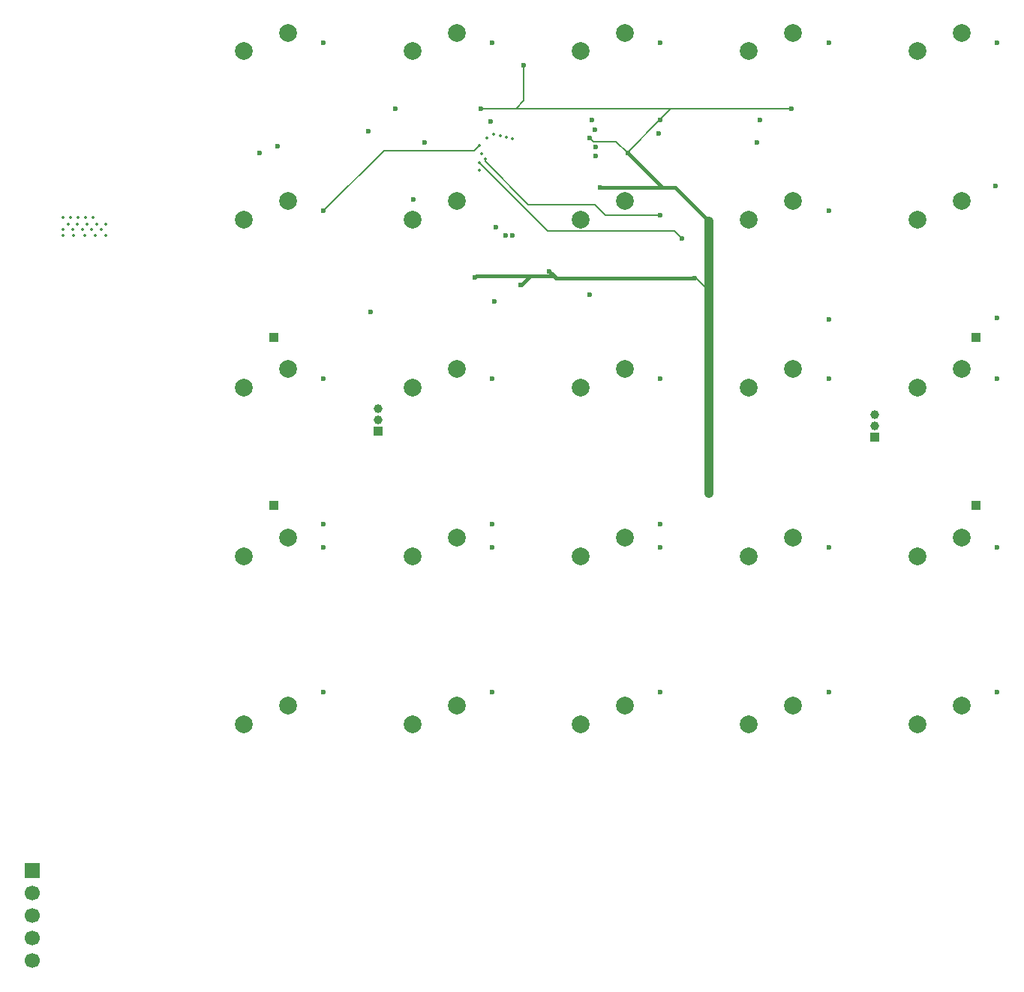
<source format=gbr>
%TF.GenerationSoftware,KiCad,Pcbnew,9.0.2*%
%TF.CreationDate,2026-01-24T20:07:03+01:00*%
%TF.ProjectId,Keymodule,4b65796d-6f64-4756-9c65-2e6b69636164,rev?*%
%TF.SameCoordinates,Original*%
%TF.FileFunction,Copper,L3,Inr*%
%TF.FilePolarity,Positive*%
%FSLAX46Y46*%
G04 Gerber Fmt 4.6, Leading zero omitted, Abs format (unit mm)*
G04 Created by KiCad (PCBNEW 9.0.2) date 2026-01-24 20:07:03*
%MOMM*%
%LPD*%
G01*
G04 APERTURE LIST*
%TA.AperFunction,ComponentPad*%
%ADD10R,1.000000X1.000000*%
%TD*%
%TA.AperFunction,ComponentPad*%
%ADD11C,1.000000*%
%TD*%
%TA.AperFunction,ComponentPad*%
%ADD12R,1.700000X1.700000*%
%TD*%
%TA.AperFunction,ComponentPad*%
%ADD13C,1.700000*%
%TD*%
%TA.AperFunction,ComponentPad*%
%ADD14C,2.000000*%
%TD*%
%TA.AperFunction,ViaPad*%
%ADD15C,0.350000*%
%TD*%
%TA.AperFunction,ViaPad*%
%ADD16C,0.600000*%
%TD*%
%TA.AperFunction,ViaPad*%
%ADD17C,1.000000*%
%TD*%
%TA.AperFunction,Conductor*%
%ADD18C,0.200000*%
%TD*%
%TA.AperFunction,Conductor*%
%ADD19C,0.400000*%
%TD*%
%TA.AperFunction,Conductor*%
%ADD20C,1.000000*%
%TD*%
G04 APERTURE END LIST*
D10*
%TO.N,potSig*%
%TO.C,J3*%
X72100000Y-101100000D03*
D11*
%TO.N,SDA*%
X72100000Y-99830000D03*
%TO.N,SCL*%
X72100000Y-98560000D03*
%TD*%
D10*
%TO.N,GND*%
%TO.C,J5*%
X139600000Y-109500000D03*
%TD*%
%TO.N,+5V*%
%TO.C,J4*%
X139600000Y-90500000D03*
%TD*%
%TO.N,+5V*%
%TO.C,J1*%
X60400000Y-90500000D03*
%TD*%
D12*
%TO.N,GND*%
%TO.C,J11*%
X33070000Y-150750000D03*
D13*
%TO.N,unconnected-(J11-Pin_2-Pad2)*%
X33070000Y-153290000D03*
%TO.N,Net-(J11-Pin_3)*%
X33070000Y-155830000D03*
%TO.N,Net-(J11-Pin_4)*%
X33070000Y-158370000D03*
%TO.N,+5V*%
X33070000Y-160910000D03*
%TD*%
D10*
%TO.N,GND*%
%TO.C,J2*%
X60400000Y-109500000D03*
%TD*%
D14*
%TO.N,Net-(D20-K)*%
%TO.C,M_SW18*%
X81000000Y-94100000D03*
%TO.N,col2*%
X76000000Y-96200000D03*
%TD*%
%TO.N,Net-(D4-K)*%
%TO.C,M_SW2*%
X138000000Y-75100000D03*
%TO.N,col1*%
X133000000Y-77200000D03*
%TD*%
%TO.N,Net-(D23-K)*%
%TO.C,M_SW21*%
X62000000Y-56100000D03*
%TO.N,col0*%
X57000000Y-58200000D03*
%TD*%
%TO.N,Net-(D22-K)*%
%TO.C,M_SW20*%
X81000000Y-132100000D03*
%TO.N,col4*%
X76000000Y-134200000D03*
%TD*%
%TO.N,Net-(D11-K)*%
%TO.C,M_SW9*%
X119000000Y-113100000D03*
%TO.N,col3*%
X114000000Y-115200000D03*
%TD*%
%TO.N,Net-(D8-K)*%
%TO.C,M_SW6*%
X119000000Y-56100000D03*
%TO.N,col0*%
X114000000Y-58200000D03*
%TD*%
%TO.N,Net-(D7-K)*%
%TO.C,M_SW5*%
X138000000Y-132100000D03*
%TO.N,col4*%
X133000000Y-134200000D03*
%TD*%
%TO.N,Net-(D21-K)*%
%TO.C,M_SW19*%
X81000000Y-113100000D03*
%TO.N,col3*%
X76000000Y-115200000D03*
%TD*%
%TO.N,Net-(D10-K)*%
%TO.C,M_SW8*%
X119000000Y-94100000D03*
%TO.N,col2*%
X114000000Y-96200000D03*
%TD*%
%TO.N,Net-(D14-K)*%
%TO.C,M_SW12*%
X100000000Y-75100000D03*
%TO.N,col1*%
X95000000Y-77200000D03*
%TD*%
%TO.N,Net-(D25-K)*%
%TO.C,M_SW23*%
X62000000Y-94100000D03*
%TO.N,col2*%
X57000000Y-96200000D03*
%TD*%
%TO.N,Net-(D13-K)*%
%TO.C,M_SW11*%
X100000000Y-56100000D03*
%TO.N,col0*%
X95000000Y-58200000D03*
%TD*%
%TO.N,Net-(D18-K)*%
%TO.C,M_SW16*%
X81000000Y-56100000D03*
%TO.N,col0*%
X76000000Y-58200000D03*
%TD*%
%TO.N,Net-(D9-K)*%
%TO.C,M_SW7*%
X119000000Y-75100000D03*
%TO.N,col1*%
X114000000Y-77200000D03*
%TD*%
%TO.N,Net-(D5-K)*%
%TO.C,M_SW3*%
X138000000Y-94100000D03*
%TO.N,col2*%
X133000000Y-96200000D03*
%TD*%
%TO.N,Net-(D26-K)*%
%TO.C,M_SW24*%
X62000000Y-113100000D03*
%TO.N,col3*%
X57000000Y-115200000D03*
%TD*%
%TO.N,Net-(D16-K)*%
%TO.C,M_SW14*%
X100000000Y-113100000D03*
%TO.N,col3*%
X95000000Y-115200000D03*
%TD*%
D10*
%TO.N,potSig*%
%TO.C,J6*%
X128200000Y-101740000D03*
D11*
%TO.N,SDA*%
X128200000Y-100470000D03*
%TO.N,SCL*%
X128200000Y-99200000D03*
%TD*%
D14*
%TO.N,Net-(D50-K)*%
%TO.C,M_SW25*%
X62000000Y-132100000D03*
%TO.N,col4*%
X57000000Y-134200000D03*
%TD*%
%TO.N,Net-(D17-K)*%
%TO.C,M_SW15*%
X100000000Y-132100000D03*
%TO.N,col4*%
X95000000Y-134200000D03*
%TD*%
%TO.N,Net-(D6-K)*%
%TO.C,M_SW4*%
X138000000Y-113100000D03*
%TO.N,col3*%
X133000000Y-115200000D03*
%TD*%
%TO.N,Net-(D15-K)*%
%TO.C,M_SW13*%
X100000000Y-94100000D03*
%TO.N,col2*%
X95000000Y-96200000D03*
%TD*%
%TO.N,Net-(D3-K)*%
%TO.C,M_SW1*%
X138000000Y-56100000D03*
%TO.N,col0*%
X133000000Y-58200000D03*
%TD*%
%TO.N,Net-(D12-K)*%
%TO.C,M_SW10*%
X119000000Y-132100000D03*
%TO.N,col4*%
X114000000Y-134200000D03*
%TD*%
%TO.N,Net-(D19-K)*%
%TO.C,M_SW17*%
X81000000Y-75100000D03*
%TO.N,col1*%
X76000000Y-77200000D03*
%TD*%
%TO.N,Net-(D24-K)*%
%TO.C,M_SW22*%
X62000000Y-75100000D03*
%TO.N,col1*%
X57000000Y-77200000D03*
%TD*%
D15*
%TO.N,*%
X40200000Y-79000000D03*
X40350000Y-77750000D03*
X39280000Y-77750000D03*
X37140000Y-77750000D03*
X38210000Y-77750000D03*
X40000000Y-77000000D03*
X41400000Y-79000000D03*
X36600000Y-77000000D03*
X39150000Y-77000000D03*
X37800000Y-79000000D03*
X36600000Y-78300000D03*
X41420000Y-77750000D03*
X39000000Y-79000000D03*
X38740000Y-78300000D03*
X40880000Y-78300000D03*
X36600000Y-79000000D03*
X39810000Y-78300000D03*
X37450000Y-77000000D03*
X38300000Y-77000000D03*
X37670000Y-78300000D03*
D16*
%TO.N,+5V*%
X114900000Y-68500000D03*
X96600000Y-67100000D03*
X77400000Y-68501000D03*
X71300000Y-87600000D03*
X60800000Y-68900000D03*
%TO.N,GND*%
X104000000Y-66000000D03*
X71000000Y-67200000D03*
X91464156Y-83034315D03*
X74100000Y-64700000D03*
X107900000Y-83800000D03*
D17*
X109500000Y-108100000D03*
D16*
X83700000Y-64700000D03*
D17*
X109500000Y-77400000D03*
D16*
X83100000Y-83700000D03*
X118800000Y-64700000D03*
X88211465Y-84589950D03*
X100300000Y-69700000D03*
X88600000Y-59800000D03*
X58800000Y-69700000D03*
X97200000Y-73600000D03*
X96000000Y-68000000D03*
%TO.N,+1V1*%
X85400000Y-78042422D03*
%TO.N,row0*%
X142000000Y-130600000D03*
X142000000Y-57200000D03*
X142000000Y-88300000D03*
X142000000Y-114200000D03*
X142000000Y-95200000D03*
D15*
X83575000Y-71600000D03*
D16*
X141800000Y-73400000D03*
%TO.N,row1*%
X106400000Y-79300000D03*
D15*
X83594742Y-70819742D03*
D16*
X123000000Y-95200000D03*
X123000000Y-76200000D03*
X123000000Y-57200000D03*
X123000000Y-130600000D03*
X123000000Y-114200000D03*
X123000000Y-88500000D03*
D15*
%TO.N,row2*%
X84226000Y-70400000D03*
D16*
X104000000Y-111600000D03*
X104000000Y-76700000D03*
X104000000Y-95200000D03*
X104000000Y-114200000D03*
X104000000Y-57200000D03*
X104000000Y-130600000D03*
%TO.N,row3*%
X85000000Y-114200000D03*
X76100000Y-74900000D03*
X85000000Y-130600000D03*
X85000000Y-111600000D03*
D15*
X83800000Y-69800000D03*
D16*
X85000000Y-95200000D03*
X85000000Y-57200000D03*
%TO.N,row4*%
X66000000Y-57200000D03*
X66000000Y-95200000D03*
X66000000Y-76200000D03*
X66000000Y-114200000D03*
X66000000Y-130600000D03*
X66000000Y-111600000D03*
D15*
X83600000Y-68800000D03*
D16*
%TO.N,Net-(J11-Pin_3)*%
X96700000Y-69000000D03*
%TO.N,Net-(J11-Pin_4)*%
X96700000Y-70000000D03*
%TO.N,SCL*%
X87300000Y-79000000D03*
%TO.N,SDA*%
X86500000Y-79000000D03*
%TO.N,Net-(L2-DOUT)*%
X84800000Y-66100000D03*
X96300000Y-66000000D03*
%TO.N,Net-(L3-DOUT)*%
X103800000Y-67500000D03*
X115200000Y-65950000D03*
%TO.N,Net-(L7-DOUT)*%
X85301000Y-86450000D03*
X96000000Y-85700000D03*
D15*
%TO.N,col0*%
X87300000Y-68100000D03*
%TO.N,col1*%
X86600000Y-67900000D03*
%TO.N,col2*%
X85900000Y-67700000D03*
%TO.N,col3*%
X85200000Y-67600000D03*
%TO.N,col4*%
X84400000Y-68000000D03*
%TD*%
D18*
%TO.N,GND*%
X83100000Y-83700000D02*
X83200000Y-83600000D01*
X108000000Y-83800000D02*
X109500000Y-85300000D01*
X88600000Y-63800000D02*
X87700000Y-64700000D01*
D19*
X91464156Y-83064156D02*
X92000000Y-83600000D01*
D18*
X107900000Y-83800000D02*
X108000000Y-83800000D01*
X105200000Y-64700000D02*
X86100000Y-64700000D01*
X105600000Y-73600000D02*
X105700000Y-73600000D01*
D19*
X105700000Y-73600000D02*
X109500000Y-77400000D01*
D20*
X109500000Y-108100000D02*
X109500000Y-85300000D01*
D18*
X96400000Y-68400000D02*
X99000000Y-68400000D01*
X100300000Y-69600000D02*
X100300000Y-69700000D01*
X91464156Y-83034315D02*
X91464156Y-83064156D01*
X104000000Y-66000000D02*
X104000000Y-65900000D01*
X96000000Y-68000000D02*
X96400000Y-68400000D01*
X88600000Y-59800000D02*
X88600000Y-63800000D01*
D19*
X100300000Y-69700000D02*
X104200000Y-73600000D01*
D18*
X99000000Y-68400000D02*
X100300000Y-69700000D01*
D19*
X92000000Y-83600000D02*
X92200000Y-83800000D01*
X97200000Y-73600000D02*
X105600000Y-73600000D01*
X89300000Y-83600000D02*
X92000000Y-83600000D01*
X83200000Y-83600000D02*
X89300000Y-83600000D01*
X92200000Y-83800000D02*
X107900000Y-83800000D01*
D18*
X87700000Y-64700000D02*
X86100000Y-64700000D01*
X104000000Y-66000000D02*
X103900000Y-66000000D01*
D19*
X104200000Y-73600000D02*
X105600000Y-73600000D01*
D18*
X118800000Y-64700000D02*
X105200000Y-64700000D01*
D19*
X88310050Y-84589950D02*
X89300000Y-83600000D01*
D18*
X103900000Y-66000000D02*
X100300000Y-69600000D01*
X104000000Y-65900000D02*
X105200000Y-64700000D01*
X88211465Y-84589950D02*
X88310050Y-84589950D01*
X86100000Y-64700000D02*
X83700000Y-64700000D01*
D20*
X109500000Y-85300000D02*
X109500000Y-77400000D01*
D18*
%TO.N,row1*%
X105599000Y-78501000D02*
X91276000Y-78501000D01*
X106400000Y-79300000D02*
X106398000Y-79300000D01*
X91276000Y-78501000D02*
X83594742Y-70819742D01*
X106398000Y-79300000D02*
X105599000Y-78501000D01*
%TO.N,row2*%
X84226000Y-70400000D02*
X84226000Y-70626000D01*
X84226000Y-70626000D02*
X89100000Y-75500000D01*
X97800000Y-76700000D02*
X104000000Y-76700000D01*
X89100000Y-75500000D02*
X96600000Y-75500000D01*
X96600000Y-75500000D02*
X97800000Y-76700000D01*
%TO.N,row4*%
X72800000Y-69400000D02*
X66000000Y-76200000D01*
X83000000Y-69400000D02*
X72800000Y-69400000D01*
X83600000Y-68800000D02*
X83000000Y-69400000D01*
%TD*%
M02*

</source>
